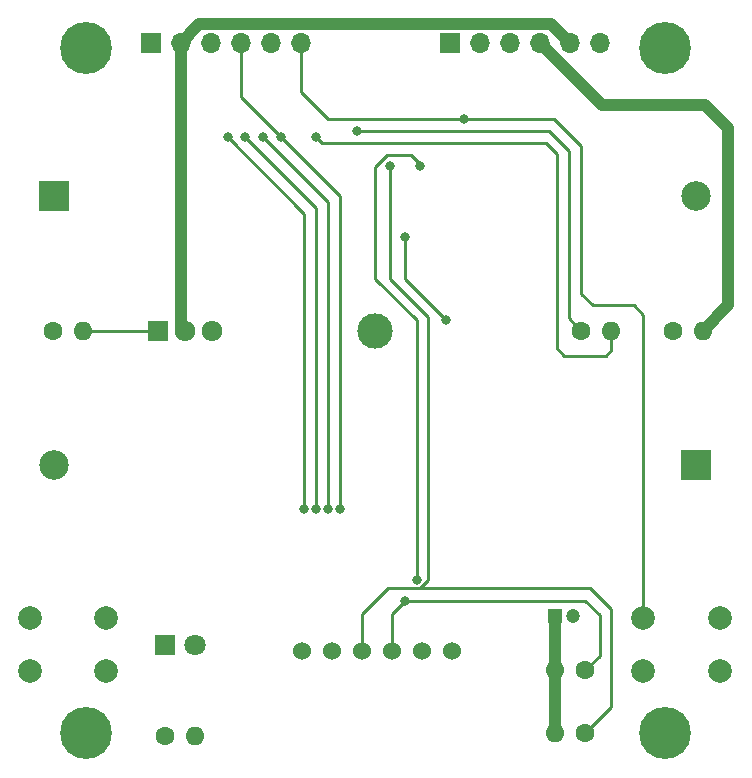
<source format=gbr>
%TF.GenerationSoftware,KiCad,Pcbnew,(6.0.4)*%
%TF.CreationDate,2022-05-02T14:14:32+02:00*%
%TF.ProjectId,HB-SEN-BME280_EXP625,48422d53-454e-42d4-924d-453238305f45,1.0*%
%TF.SameCoordinates,Original*%
%TF.FileFunction,Copper,L1,Top*%
%TF.FilePolarity,Positive*%
%FSLAX46Y46*%
G04 Gerber Fmt 4.6, Leading zero omitted, Abs format (unit mm)*
G04 Created by KiCad (PCBNEW (6.0.4)) date 2022-05-02 14:14:32*
%MOMM*%
%LPD*%
G01*
G04 APERTURE LIST*
%TA.AperFunction,ComponentPad*%
%ADD10R,1.200000X1.200000*%
%TD*%
%TA.AperFunction,ComponentPad*%
%ADD11C,1.200000*%
%TD*%
%TA.AperFunction,ComponentPad*%
%ADD12R,2.500000X2.500000*%
%TD*%
%TA.AperFunction,ComponentPad*%
%ADD13C,2.500000*%
%TD*%
%TA.AperFunction,ComponentPad*%
%ADD14R,1.700000X1.700000*%
%TD*%
%TA.AperFunction,ComponentPad*%
%ADD15O,1.700000X1.700000*%
%TD*%
%TA.AperFunction,ComponentPad*%
%ADD16C,0.700000*%
%TD*%
%TA.AperFunction,ComponentPad*%
%ADD17C,4.400000*%
%TD*%
%TA.AperFunction,ComponentPad*%
%ADD18C,1.600000*%
%TD*%
%TA.AperFunction,ComponentPad*%
%ADD19O,1.600000X1.600000*%
%TD*%
%TA.AperFunction,ComponentPad*%
%ADD20R,1.717500X1.800000*%
%TD*%
%TA.AperFunction,ComponentPad*%
%ADD21O,1.717500X1.800000*%
%TD*%
%TA.AperFunction,ComponentPad*%
%ADD22C,1.524000*%
%TD*%
%TA.AperFunction,ComponentPad*%
%ADD23R,1.800000X1.800000*%
%TD*%
%TA.AperFunction,ComponentPad*%
%ADD24C,1.800000*%
%TD*%
%TA.AperFunction,ComponentPad*%
%ADD25C,2.000000*%
%TD*%
%TA.AperFunction,ComponentPad*%
%ADD26C,3.000000*%
%TD*%
%TA.AperFunction,ViaPad*%
%ADD27C,0.800000*%
%TD*%
%TA.AperFunction,Conductor*%
%ADD28C,1.000000*%
%TD*%
%TA.AperFunction,Conductor*%
%ADD29C,0.250000*%
%TD*%
G04 APERTURE END LIST*
D10*
%TO.P,C1,1*%
%TO.N,VCC*%
X160340000Y-114300000D03*
D11*
%TO.P,C1,2*%
%TO.N,GND*%
X161840000Y-114300000D03*
%TD*%
D12*
%TO.P,BT2,1,+*%
%TO.N,Net-(BT1-Pad2)*%
X172275000Y-101500000D03*
D13*
%TO.P,BT2,2,-*%
%TO.N,/CTS*%
X117875000Y-101500000D03*
%TD*%
D14*
%TO.P,J3,1,Pin_1*%
%TO.N,/DTR*%
X151400000Y-65750000D03*
D15*
%TO.P,J3,2,Pin_2*%
%TO.N,/RX*%
X153940000Y-65750000D03*
%TO.P,J3,3,Pin_3*%
%TO.N,/TX*%
X156480000Y-65750000D03*
%TO.P,J3,4,Pin_4*%
%TO.N,VCC*%
X159020000Y-65750000D03*
%TO.P,J3,5,Pin_5*%
%TO.N,/CTS*%
X161560000Y-65750000D03*
%TO.P,J3,6,Pin_6*%
X164100000Y-65750000D03*
%TD*%
D16*
%TO.P,H1,1*%
%TO.N,N/C*%
X119433274Y-65083274D03*
X121766726Y-67416726D03*
X118950000Y-66250000D03*
X119433274Y-67416726D03*
D17*
X120600000Y-66250000D03*
D16*
X120600000Y-67900000D03*
X120600000Y-64600000D03*
X122250000Y-66250000D03*
X121766726Y-65083274D03*
%TD*%
D18*
%TO.P,R4,1*%
%TO.N,/SDA*%
X162880000Y-124250000D03*
D19*
%TO.P,R4,2*%
%TO.N,VCC*%
X160340000Y-124250000D03*
%TD*%
D20*
%TO.P,Q1,1,G*%
%TO.N,Net-(Q1-Pad1)*%
X126685000Y-90170000D03*
D21*
%TO.P,Q1,2,D*%
%TO.N,/CTS*%
X128975000Y-90170000D03*
%TO.P,Q1,3,S*%
%TO.N,GND*%
X131265000Y-90170000D03*
%TD*%
D18*
%TO.P,R6,1*%
%TO.N,/A0*%
X170290000Y-90170000D03*
D19*
%TO.P,R6,2*%
%TO.N,VCC*%
X172830000Y-90170000D03*
%TD*%
D16*
%TO.P,H4,1*%
%TO.N,N/C*%
X167950000Y-124250000D03*
X168433274Y-125416726D03*
X171250000Y-124250000D03*
X169600000Y-125900000D03*
D17*
X169600000Y-124250000D03*
D16*
X168433274Y-123083274D03*
X169600000Y-122600000D03*
X170766726Y-125416726D03*
X170766726Y-123083274D03*
%TD*%
D18*
%TO.P,R3,1*%
%TO.N,/SCL*%
X162880000Y-118872000D03*
D19*
%TO.P,R3,2*%
%TO.N,VCC*%
X160340000Y-118872000D03*
%TD*%
D22*
%TO.P,U3,1,VCC*%
%TO.N,VCC*%
X151577000Y-117297000D03*
%TO.P,U3,2,GND*%
%TO.N,GND*%
X149037000Y-117297000D03*
%TO.P,U3,3,SCL*%
%TO.N,/SCL*%
X146497000Y-117297000D03*
%TO.P,U3,4,SDA*%
%TO.N,/SDA*%
X143957000Y-117297000D03*
%TO.P,U3,5,CSB*%
%TO.N,unconnected-(U3-Pad5)*%
X141417000Y-117297000D03*
%TO.P,U3,6,SDO*%
%TO.N,unconnected-(U3-Pad6)*%
X138877000Y-117297000D03*
%TD*%
D23*
%TO.P,D1,1,K*%
%TO.N,GND*%
X127320000Y-116750000D03*
D24*
%TO.P,D1,2,A*%
%TO.N,Net-(D1-Pad2)*%
X129860000Y-116750000D03*
%TD*%
D25*
%TO.P,SW1,1*%
%TO.N,GND*%
X122350000Y-114500000D03*
X115850000Y-114500000D03*
%TO.P,SW1,2*%
%TO.N,Net-(SW1-Pad2)*%
X122350000Y-119000000D03*
X115850000Y-119000000D03*
%TD*%
%TO.P,SW2,1*%
%TO.N,/RST*%
X174310000Y-114500000D03*
X167810000Y-114500000D03*
%TO.P,SW2,2*%
%TO.N,GND*%
X167810000Y-119000000D03*
X174310000Y-119000000D03*
%TD*%
D18*
%TO.P,R5,1*%
%TO.N,/A2*%
X162555000Y-90170000D03*
D19*
%TO.P,R5,2*%
%TO.N,/A0*%
X165095000Y-90170000D03*
%TD*%
D18*
%TO.P,R1,1*%
%TO.N,VCC*%
X117795000Y-90170000D03*
D19*
%TO.P,R1,2*%
%TO.N,Net-(Q1-Pad1)*%
X120335000Y-90170000D03*
%TD*%
D16*
%TO.P,H2,1*%
%TO.N,N/C*%
X168433274Y-67416726D03*
X168433274Y-65083274D03*
X171250000Y-66250000D03*
X169600000Y-64600000D03*
D17*
X169600000Y-66250000D03*
D16*
X169600000Y-67900000D03*
X170766726Y-67416726D03*
X167950000Y-66250000D03*
X170766726Y-65083274D03*
%TD*%
%TO.P,H3,1*%
%TO.N,N/C*%
X119433274Y-123083274D03*
X120600000Y-125900000D03*
X118950000Y-124250000D03*
X122250000Y-124250000D03*
X121766726Y-125416726D03*
D17*
X120600000Y-124250000D03*
D16*
X121766726Y-123083274D03*
X119433274Y-125416726D03*
X120600000Y-122600000D03*
%TD*%
D12*
%TO.P,BT1,1,+*%
%TO.N,VCC*%
X117875000Y-78740000D03*
D13*
%TO.P,BT1,2,-*%
%TO.N,Net-(BT1-Pad2)*%
X172275000Y-78740000D03*
%TD*%
D18*
%TO.P,R2,1*%
%TO.N,Net-(D1-Pad2)*%
X127320000Y-124460000D03*
D19*
%TO.P,R2,2*%
%TO.N,Net-(R2-Pad2)*%
X129860000Y-124460000D03*
%TD*%
D14*
%TO.P,J2,1,Pin_1*%
%TO.N,VCC*%
X126100000Y-65750000D03*
D15*
%TO.P,J2,2,Pin_2*%
%TO.N,/CTS*%
X128640000Y-65750000D03*
%TO.P,J2,3,Pin_3*%
%TO.N,/MOSI*%
X131180000Y-65750000D03*
%TO.P,J2,4,Pin_4*%
%TO.N,/SCK*%
X133720000Y-65750000D03*
%TO.P,J2,5,Pin_5*%
%TO.N,/MISO*%
X136260000Y-65750000D03*
%TO.P,J2,6,Pin_6*%
%TO.N,/RST*%
X138800000Y-65750000D03*
%TD*%
D26*
%TO.P,U2,2A,ANT*%
%TO.N,unconnected-(U2-Pad2A)*%
X145100000Y-90170000D03*
%TD*%
D27*
%TO.N,/MOSI*%
X140100000Y-105250000D03*
X134100000Y-73750000D03*
%TO.N,/SCK*%
X137100000Y-73750000D03*
X142118088Y-105243490D03*
%TO.N,/MISO*%
X141112299Y-105262299D03*
X135600000Y-73732300D03*
%TO.N,/RST*%
X152600000Y-72250000D03*
%TO.N,/SCL*%
X148910000Y-76200000D03*
X147640000Y-113030000D03*
X148600000Y-111250000D03*
%TO.N,/SDA*%
X146370000Y-76200000D03*
%TO.N,/SS*%
X132600000Y-73750000D03*
X139100000Y-105250000D03*
%TO.N,/D2*%
X151100000Y-89250000D03*
X147600000Y-82250000D03*
%TO.N,/A2*%
X143600000Y-73250000D03*
%TO.N,/A0*%
X140100000Y-73750000D03*
%TD*%
D28*
%TO.N,VCC*%
X159020000Y-65750000D02*
X164270000Y-71000000D01*
X173000000Y-71000000D02*
X175000000Y-73000000D01*
X175000000Y-88000000D02*
X172830000Y-90170000D01*
X175000000Y-73000000D02*
X175000000Y-88000000D01*
X164270000Y-71000000D02*
X173000000Y-71000000D01*
X160340000Y-114300000D02*
X160340000Y-124250000D01*
D29*
%TO.N,/MOSI*%
X134100000Y-73750000D02*
X140100000Y-79750000D01*
X140100000Y-79750000D02*
X140100000Y-105250000D01*
%TO.N,/SCK*%
X142100000Y-78750000D02*
X142100000Y-105225402D01*
X142100000Y-105225402D02*
X142118088Y-105243490D01*
X137100000Y-73750000D02*
X142100000Y-78750000D01*
X133720000Y-70370000D02*
X133720000Y-65750000D01*
X137100000Y-73750000D02*
X133720000Y-70370000D01*
%TO.N,/MISO*%
X141100000Y-79250000D02*
X141100000Y-105250000D01*
X141100000Y-105250000D02*
X141112299Y-105262299D01*
X135600000Y-73750000D02*
X141100000Y-79250000D01*
X135600000Y-73732300D02*
X135600000Y-73750000D01*
%TO.N,/RST*%
X138800000Y-69950000D02*
X138800000Y-65750000D01*
X162500000Y-87000000D02*
X163500000Y-88000000D01*
X162500000Y-74500000D02*
X162500000Y-87000000D01*
X152600000Y-72250000D02*
X141100000Y-72250000D01*
X152600000Y-72250000D02*
X160250000Y-72250000D01*
X160250000Y-72250000D02*
X162500000Y-74500000D01*
X163500000Y-88000000D02*
X167000000Y-88000000D01*
X167810000Y-88810000D02*
X167810000Y-114500000D01*
X141100000Y-72250000D02*
X138800000Y-69950000D01*
X167000000Y-88000000D02*
X167810000Y-88810000D01*
%TO.N,/SCL*%
X147640000Y-113030000D02*
X146497000Y-114173000D01*
X148600000Y-89250000D02*
X148600000Y-111250000D01*
X146497000Y-114173000D02*
X146497000Y-116825000D01*
X162880000Y-113030000D02*
X164100000Y-114250000D01*
X146100000Y-75250000D02*
X145100000Y-76250000D01*
X164100000Y-117652000D02*
X162880000Y-118872000D01*
X148100000Y-75250000D02*
X146100000Y-75250000D01*
X145100000Y-76250000D02*
X145100000Y-85750000D01*
X147640000Y-113030000D02*
X162880000Y-113030000D01*
X148910000Y-76060000D02*
X148100000Y-75250000D01*
X164100000Y-114250000D02*
X164100000Y-117652000D01*
X145100000Y-85750000D02*
X148600000Y-89250000D01*
X148910000Y-76200000D02*
X148910000Y-76060000D01*
%TO.N,/SDA*%
X165100000Y-113750000D02*
X165100000Y-122030000D01*
X165100000Y-122030000D02*
X162880000Y-124250000D01*
X146370000Y-76200000D02*
X146370000Y-85750000D01*
X148900103Y-111974511D02*
X146155489Y-111974511D01*
X146370000Y-85750000D02*
X149600000Y-88980000D01*
X149600000Y-88980000D02*
X149600000Y-111274614D01*
X146155489Y-111974511D02*
X143957000Y-114173000D01*
X163324511Y-111974511D02*
X165100000Y-113750000D01*
X147854511Y-111974511D02*
X163324511Y-111974511D01*
X149600000Y-111274614D02*
X148900103Y-111974511D01*
X143957000Y-114173000D02*
X143957000Y-117297000D01*
%TO.N,/SS*%
X139100000Y-105250000D02*
X139100000Y-80250000D01*
X139100000Y-80250000D02*
X132600000Y-73750000D01*
%TO.N,/D2*%
X151100000Y-89250000D02*
X147600000Y-85750000D01*
X147600000Y-85750000D02*
X147600000Y-82250000D01*
%TO.N,/A2*%
X161500000Y-74900000D02*
X161500000Y-89115000D01*
X159850000Y-73250000D02*
X161500000Y-74900000D01*
X143600000Y-73250000D02*
X159850000Y-73250000D01*
X161500000Y-89115000D02*
X162555000Y-90170000D01*
%TO.N,/A0*%
X165095000Y-91745000D02*
X165095000Y-90170000D01*
X164600000Y-92250000D02*
X165100000Y-91750000D01*
X161100000Y-92250000D02*
X164600000Y-92250000D01*
X160500000Y-91650000D02*
X161100000Y-92250000D01*
X140600000Y-74250000D02*
X159600000Y-74250000D01*
X160500000Y-75150000D02*
X160500000Y-91650000D01*
X140100000Y-73750000D02*
X140600000Y-74250000D01*
X165100000Y-91750000D02*
X165095000Y-91745000D01*
X159600000Y-74250000D02*
X160500000Y-75150000D01*
%TO.N,Net-(Q1-Pad1)*%
X120335000Y-90170000D02*
X126685000Y-90170000D01*
D28*
%TO.N,/CTS*%
X160010489Y-64200489D02*
X161560000Y-65750000D01*
X130149511Y-64200489D02*
X160010489Y-64200489D01*
X130100000Y-64290000D02*
X130100000Y-64250000D01*
X128640000Y-65750000D02*
X130100000Y-64290000D01*
X128640000Y-65750000D02*
X128640000Y-89835000D01*
X128640000Y-89835000D02*
X128975000Y-90170000D01*
X130100000Y-64250000D02*
X130149511Y-64200489D01*
%TD*%
M02*

</source>
